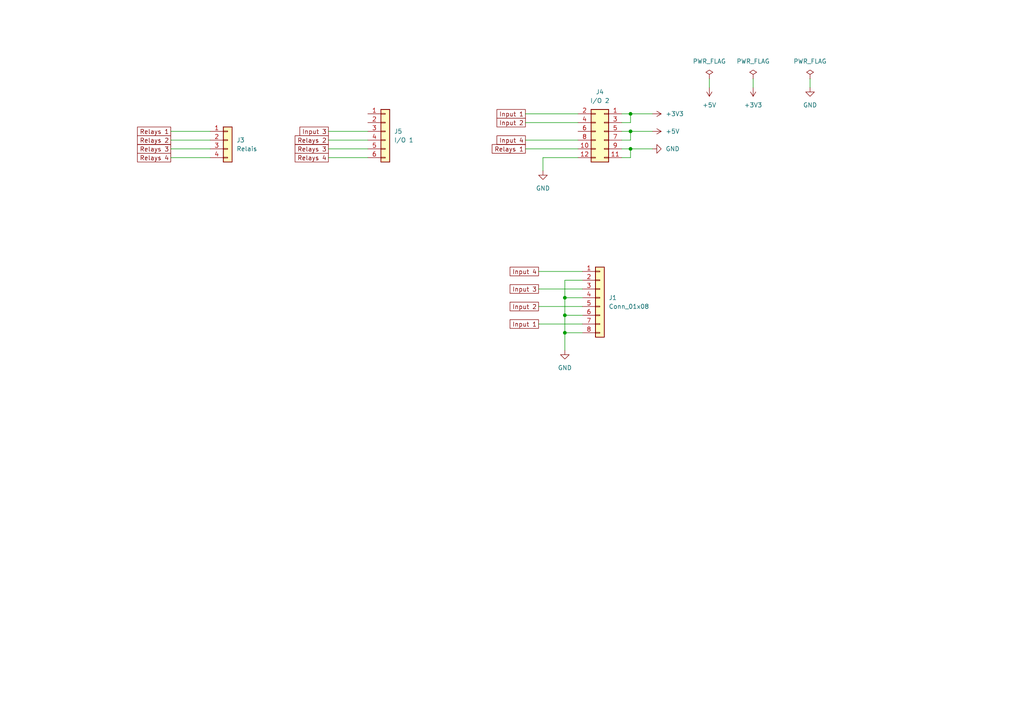
<source format=kicad_sch>
(kicad_sch (version 20211123) (generator eeschema)
  (paper "A4")
  (title_block (title "I/O-Adapter für Relaisplatine") (date "2022-03-19") (rev "0.1"))
  (lib_symbols
    (symbol "Connector_Generic:Conn_01x04" (pin_names (offset 1.016) hide)
      (property "Reference" "J" (at 0 5.08 0))
      (property "Value" "Conn_01x04" (at 0 -7.62 0))
      (symbol "Conn_01x04_1_1"
        (rectangle (start -1.27 -4.953) (end 0 -5.207) (stroke (width 0.1524)))
        (rectangle (start -1.27 -2.413) (end 0 -2.667) (stroke (width 0.1524)))
        (rectangle (start -1.27 0.127) (end 0 -0.127) (stroke (width 0.1524)))
        (rectangle (start -1.27 2.667) (end 0 2.413) (stroke (width 0.1524)))
        (rectangle (start -1.27 3.81) (end 1.27 -6.35) (stroke (width 0.254)) (fill (type background)))
        (pin passive line (at -5.08 2.54 0) (length 3.81) (name "Pin_1") (number "1"))
        (pin passive line (at -5.08 0 0) (length 3.81) (name "Pin_2") (number "2"))
        (pin passive line (at -5.08 -2.54 0) (length 3.81) (name "Pin_3") (number "3"))
        (pin passive line (at -5.08 -5.08 0) (length 3.81) (name "Pin_4") (number "4"))
      )
    )
    (symbol "Connector_Generic:Conn_01x06" (pin_names (offset 1.016) hide)
      (property "Reference" "J" (at 0 7.62 0))
      (property "Value" "Conn_01x06" (at 0 -10.16 0))
      (symbol "Conn_01x06_1_1"
        (rectangle (start -1.27 -7.493) (end 0 -7.747) (stroke (width 0.1524)))
        (rectangle (start -1.27 -4.953) (end 0 -5.207) (stroke (width 0.1524)))
        (rectangle (start -1.27 -2.413) (end 0 -2.667) (stroke (width 0.1524)))
        (rectangle (start -1.27 0.127) (end 0 -0.127) (stroke (width 0.1524)))
        (rectangle (start -1.27 2.667) (end 0 2.413) (stroke (width 0.1524)))
        (rectangle (start -1.27 5.207) (end 0 4.953) (stroke (width 0.1524)))
        (rectangle (start -1.27 6.35) (end 1.27 -8.89) (stroke (width 0.254)) (fill (type background)))
        (pin passive line (at -5.08 5.08 0) (length 3.81) (name "Pin_1") (number "1"))
        (pin passive line (at -5.08 2.54 0) (length 3.81) (name "Pin_2") (number "2"))
        (pin passive line (at -5.08 0 0) (length 3.81) (name "Pin_3") (number "3"))
        (pin passive line (at -5.08 -2.54 0) (length 3.81) (name "Pin_4") (number "4"))
        (pin passive line (at -5.08 -5.08 0) (length 3.81) (name "Pin_5") (number "5"))
        (pin passive line (at -5.08 -7.62 0) (length 3.81) (name "Pin_6") (number "6"))
      )
    )
    (symbol "Connector_Generic:Conn_01x08" (pin_names (offset 1.016) hide)
      (property "Reference" "J" (at 0 10.16 0))
      (property "Value" "Conn_01x08" (at 0 -12.7 0))
      (symbol "Conn_01x08_1_1"
        (rectangle (start -1.27 -10.033) (end 0 -10.287) (stroke (width 0.1524)))
        (rectangle (start -1.27 -7.493) (end 0 -7.747) (stroke (width 0.1524)))
        (rectangle (start -1.27 -4.953) (end 0 -5.207) (stroke (width 0.1524)))
        (rectangle (start -1.27 -2.413) (end 0 -2.667) (stroke (width 0.1524)))
        (rectangle (start -1.27 0.127) (end 0 -0.127) (stroke (width 0.1524)))
        (rectangle (start -1.27 2.667) (end 0 2.413) (stroke (width 0.1524)))
        (rectangle (start -1.27 5.207) (end 0 4.953) (stroke (width 0.1524)))
        (rectangle (start -1.27 7.747) (end 0 7.493) (stroke (width 0.1524)))
        (rectangle (start -1.27 8.89) (end 1.27 -11.43) (stroke (width 0.254)) (fill (type background)))
        (pin passive line (at -5.08 7.62 0) (length 3.81) (name "Pin_1") (number "1"))
        (pin passive line (at -5.08 5.08 0) (length 3.81) (name "Pin_2") (number "2"))
        (pin passive line (at -5.08 2.54 0) (length 3.81) (name "Pin_3") (number "3"))
        (pin passive line (at -5.08 0 0) (length 3.81) (name "Pin_4") (number "4"))
        (pin passive line (at -5.08 -2.54 0) (length 3.81) (name "Pin_5") (number "5"))
        (pin passive line (at -5.08 -5.08 0) (length 3.81) (name "Pin_6") (number "6"))
        (pin passive line (at -5.08 -7.62 0) (length 3.81) (name "Pin_7") (number "7"))
        (pin passive line (at -5.08 -10.16 0) (length 3.81) (name "Pin_8") (number "8"))
      )
    )
    (symbol "Connector_Generic:Conn_02x06_Odd_Even" (pin_names (offset 1.016) hide)
      (property "Reference" "J" (at 1.27 7.62 0))
      (property "Value" "Conn_02x06_Odd_Even" (at 1.27 -10.16 0))
      (symbol "Conn_02x06_Odd_Even_1_1"
        (rectangle (start -1.27 -7.493) (end 0 -7.747) (stroke (width 0.1524)))
        (rectangle (start -1.27 -4.953) (end 0 -5.207) (stroke (width 0.1524)))
        (rectangle (start -1.27 -2.413) (end 0 -2.667) (stroke (width 0.1524)))
        (rectangle (start -1.27 0.127) (end 0 -0.127) (stroke (width 0.1524)))
        (rectangle (start -1.27 2.667) (end 0 2.413) (stroke (width 0.1524)))
        (rectangle (start -1.27 5.207) (end 0 4.953) (stroke (width 0.1524)))
        (rectangle (start -1.27 6.35) (end 3.81 -8.89) (stroke (width 0.254)) (fill (type background)))
        (rectangle (start 3.81 -7.493) (end 2.54 -7.747) (stroke (width 0.1524)))
        (rectangle (start 3.81 -4.953) (end 2.54 -5.207) (stroke (width 0.1524)))
        (rectangle (start 3.81 -2.413) (end 2.54 -2.667) (stroke (width 0.1524)))
        (rectangle (start 3.81 0.127) (end 2.54 -0.127) (stroke (width 0.1524)))
        (rectangle (start 3.81 2.667) (end 2.54 2.413) (stroke (width 0.1524)))
        (rectangle (start 3.81 5.207) (end 2.54 4.953) (stroke (width 0.1524)))
        (pin passive line (at -5.08 5.08 0) (length 3.81) (name "Pin_1") (number "1"))
        (pin passive line (at 7.62 -5.08 180) (length 3.81) (name "Pin_10") (number "10"))
        (pin passive line (at -5.08 -7.62 0) (length 3.81) (name "Pin_11") (number "11"))
        (pin passive line (at 7.62 -7.62 180) (length 3.81) (name "Pin_12") (number "12"))
        (pin passive line (at 7.62 5.08 180) (length 3.81) (name "Pin_2") (number "2"))
        (pin passive line (at -5.08 2.54 0) (length 3.81) (name "Pin_3") (number "3"))
        (pin passive line (at 7.62 2.54 180) (length 3.81) (name "Pin_4") (number "4"))
        (pin passive line (at -5.08 0 0) (length 3.81) (name "Pin_5") (number "5"))
        (pin passive line (at 7.62 0 180) (length 3.81) (name "Pin_6") (number "6"))
        (pin passive line (at -5.08 -2.54 0) (length 3.81) (name "Pin_7") (number "7"))
        (pin passive line (at 7.62 -2.54 180) (length 3.81) (name "Pin_8") (number "8"))
        (pin passive line (at -5.08 -5.08 0) (length 3.81) (name "Pin_9") (number "9"))
      )
    )
    (symbol "power:+3.3V" (power) (pin_names (offset 0))
      (property "Value" "+3.3V" (at 0 3.556 0))
      (symbol "+3.3V_0_1"
        (polyline (pts (xy -0.762 1.27) (xy 0 2.54)))
        (polyline (pts (xy 0 0) (xy 0 2.54)))
        (polyline (pts (xy 0 2.54) (xy 0.762 1.27)))
      )
      (symbol "+3.3V_1_1"
        (pin power_in line (at 0 0 90) (length 0) hide (name "+3V3") (number "1"))
      )
    )
    (symbol "power:+5V" (power) (pin_names (offset 0))
      (property "Value" "+5V" (at 0 3.556 0))
      (symbol "+5V_0_1"
        (polyline (pts (xy -0.762 1.27) (xy 0 2.54)))
        (polyline (pts (xy 0 0) (xy 0 2.54)))
        (polyline (pts (xy 0 2.54) (xy 0.762 1.27)))
      )
      (symbol "+5V_1_1"
        (pin power_in line (at 0 0 90) (length 0) hide (name "+5V") (number "1"))
      )
    )
    (symbol "power:GND" (power) (pin_names (offset 0))
      (property "Value" "GND" (at 0 -3.81 0))
      (symbol "GND_0_1"
        (polyline (pts (xy 0 0) (xy 0 -1.27) (xy 1.27 -1.27) (xy 0 -2.54) (xy -1.27 -1.27) (xy 0 -1.27)))
      )
      (symbol "GND_1_1"
        (pin power_in line (at 0 0 270) (length 0) hide (name "GND") (number "1"))
      )
    )
    (symbol "power:PWR_FLAG" (power) (pin_numbers hide) (pin_names (offset 0) hide)
      (property "Value" "PWR_FLAG" (at 0 3.81 0))
      (symbol "PWR_FLAG_0_0"
        (pin power_out line (at 0 0 90) (length 0) (name "pwr") (number "1"))
      )
      (symbol "PWR_FLAG_0_1"
        (polyline (pts (xy 0 0) (xy 0 1.27) (xy -1.016 1.905) (xy 0 2.54) (xy 1.016 1.905) (xy 0 1.27)))
      )
    )
  )
  (junction (at 182.88 33.02))
  (junction (at 163.83 91.44))
  (junction (at 182.88 38.1))
  (junction (at 163.83 96.52))
  (junction (at 163.83 86.36))
  (junction (at 182.88 43.18))
  (wire (pts (xy 182.88 35.56) (xy 182.88 33.02)))
  (wire (pts (xy 163.83 81.28) (xy 163.83 86.36)))
  (wire (pts (xy 163.83 96.52) (xy 163.83 101.6)))
  (wire (pts (xy 168.91 81.28) (xy 163.83 81.28)))
  (wire (pts (xy 234.95 22.86) (xy 234.95 25.4)))
  (wire (pts (xy 180.34 45.72) (xy 182.88 45.72)))
  (wire (pts (xy 95.25 40.64) (xy 106.68 40.64)))
  (wire (pts (xy 49.53 45.72) (xy 60.96 45.72)))
  (wire (pts (xy 95.25 38.1) (xy 106.68 38.1)))
  (wire (pts (xy 182.88 45.72) (xy 182.88 43.18)))
  (wire (pts (xy 152.4 35.56) (xy 167.64 35.56)))
  (wire (pts (xy 49.53 43.18) (xy 60.96 43.18)))
  (wire (pts (xy 157.48 45.72) (xy 157.48 49.53)))
  (wire (pts (xy 163.83 91.44) (xy 163.83 96.52)))
  (wire (pts (xy 180.34 35.56) (xy 182.88 35.56)))
  (wire (pts (xy 182.88 43.18) (xy 189.23 43.18)))
  (wire (pts (xy 182.88 40.64) (xy 182.88 38.1)))
  (wire (pts (xy 163.83 91.44) (xy 168.91 91.44)))
  (wire (pts (xy 156.21 78.74) (xy 168.91 78.74)))
  (wire (pts (xy 156.21 88.9) (xy 168.91 88.9)))
  (wire (pts (xy 218.44 22.86) (xy 218.44 25.4)))
  (wire (pts (xy 152.4 40.64) (xy 167.64 40.64)))
  (wire (pts (xy 182.88 38.1) (xy 189.23 38.1)))
  (wire (pts (xy 49.53 38.1) (xy 60.96 38.1)))
  (wire (pts (xy 95.25 45.72) (xy 106.68 45.72)))
  (wire (pts (xy 152.4 33.02) (xy 167.64 33.02)))
  (wire (pts (xy 205.74 22.86) (xy 205.74 25.4)))
  (wire (pts (xy 163.83 96.52) (xy 168.91 96.52)))
  (wire (pts (xy 152.4 43.18) (xy 167.64 43.18)))
  (wire (pts (xy 180.34 33.02) (xy 182.88 33.02)))
  (wire (pts (xy 180.34 43.18) (xy 182.88 43.18)))
  (wire (pts (xy 167.64 45.72) (xy 157.48 45.72)))
  (wire (pts (xy 156.21 93.98) (xy 168.91 93.98)))
  (wire (pts (xy 95.25 43.18) (xy 106.68 43.18)))
  (wire (pts (xy 163.83 86.36) (xy 163.83 91.44)))
  (wire (pts (xy 180.34 38.1) (xy 182.88 38.1)))
  (wire (pts (xy 156.21 83.82) (xy 168.91 83.82)))
  (wire (pts (xy 49.53 40.64) (xy 60.96 40.64)))
  (wire (pts (xy 180.34 40.64) (xy 182.88 40.64)))
  (wire (pts (xy 163.83 86.36) (xy 168.91 86.36)))
  (wire (pts (xy 182.88 33.02) (xy 189.23 33.02)))
  (global_label "Relays 1" (shape passive) (at 152.4 43.18 180) (property "Intersheet References" "${INTERSHEET_REFS}" (effects hide)))
  (global_label "Input 4" (shape passive) (at 156.21 78.74 180) (property "Intersheet References" "${INTERSHEET_REFS}" (effects hide)))
  (global_label "Relays 2" (shape passive) (at 95.25 40.64 180) (property "Intersheet References" "${INTERSHEET_REFS}" (effects hide)))
  (global_label "Relays 3" (shape passive) (at 95.25 43.18 180) (property "Intersheet References" "${INTERSHEET_REFS}" (effects hide)))
  (global_label "Relays 2" (shape passive) (at 49.53 40.64 180) (property "Intersheet References" "${INTERSHEET_REFS}" (effects hide)))
  (global_label "Relays 3" (shape passive) (at 49.53 43.18 180) (property "Intersheet References" "${INTERSHEET_REFS}" (effects hide)))
  (global_label "Input 3" (shape passive) (at 95.25 38.1 180) (property "Intersheet References" "${INTERSHEET_REFS}" (effects hide)))
  (global_label "Relays 4" (shape passive) (at 49.53 45.72 180) (property "Intersheet References" "${INTERSHEET_REFS}" (effects hide)))
  (global_label "Input 2" (shape passive) (at 156.21 88.9 180) (property "Intersheet References" "${INTERSHEET_REFS}" (effects hide)))
  (global_label "Input 3" (shape passive) (at 156.21 83.82 180) (property "Intersheet References" "${INTERSHEET_REFS}" (effects hide)))
  (global_label "Relays 1" (shape passive) (at 49.53 38.1 180) (property "Intersheet References" "${INTERSHEET_REFS}" (effects hide)))
  (global_label "Input 1" (shape passive) (at 156.21 93.98 180) (property "Intersheet References" "${INTERSHEET_REFS}" (effects hide)))
  (global_label "Input 2" (shape passive) (at 152.4 35.56 180) (property "Intersheet References" "${INTERSHEET_REFS}" (effects hide)))
  (global_label "Input 1" (shape passive) (at 152.4 33.02 180) (property "Intersheet References" "${INTERSHEET_REFS}" (effects hide)))
  (global_label "Input 4" (shape passive) (at 152.4 40.64 180) (property "Intersheet References" "${INTERSHEET_REFS}" (effects hide)))
  (global_label "Relays 4" (shape passive) (at 95.25 45.72 180) (property "Intersheet References" "${INTERSHEET_REFS}" (effects hide)))
  (symbol (lib_id "Connector_Generic:Conn_01x06") (at 111.76 38.1 0) (unit 1)
    (property "Reference" "J5" (at 114.3 38.0999 0) (effects (justify left)))
    (property "Value" "I/O 1" (at 114.3 40.6399 0) (effects (justify left)))
    (property "Footprint" "Connector_PinHeader_2.54mm:PinHeader_1x06_P2.54mm_Vertical" (effects hide))
  )
  (symbol (lib_id "Connector_Generic:Conn_02x06_Odd_Even") (at 175.26 38.1 0) (mirror y) (unit 1)
    (property "Reference" "J4" (at 173.99 26.67 0))
    (property "Value" "I/O 2" (at 173.99 29.21 0))
    (property "Footprint" "Connector_PinHeader_2.54mm:PinHeader_2x06_P2.54mm_Vertical" (effects hide))
  )
  (symbol (lib_id "power:PWR_FLAG") (at 218.44 22.86 0) (unit 1)
    (property "Reference" "#FLG02" (effects hide))
    (property "Value" "PWR_FLAG" (at 218.44 17.78 0))
  )
  (symbol (lib_id "Connector_Generic:Conn_01x04") (at 66.04 40.64 0) (unit 1)
    (property "Reference" "J3" (at 68.58 40.6399 0) (effects (justify left)))
    (property "Value" "Relais" (at 68.58 43.1799 0) (effects (justify left)))
    (property "Footprint" "Connector_PinHeader_2.54mm:PinHeader_1x04_P2.54mm_Vertical" (effects hide))
  )
  (symbol (lib_id "Connector_Generic:Conn_01x08") (at 173.99 86.36 0) (unit 1)
    (property "Reference" "J1" (at 176.53 86.3599 0) (effects (justify left)))
    (property "Value" "Conn_01x08" (at 176.53 88.8999 0) (effects (justify left)))
    (property "Footprint" "Connector_Phoenix_MSTB:PhoenixContact_MSTBVA_2,5_8-G-5,08_1x08_P5.08mm_Vertical" (effects hide))
  )
  (symbol (lib_id "power:+5V") (at 205.74 25.4 180) (unit 1)
    (property "Reference" "#PWR06" (effects hide))
    (property "Value" "+5V" (at 205.74 30.48 0))
  )
  (symbol (lib_id "power:PWR_FLAG") (at 205.74 22.86 0) (unit 1)
    (property "Reference" "#FLG01" (effects hide))
    (property "Value" "PWR_FLAG" (at 205.74 17.78 0))
  )
  (symbol (lib_id "power:GND") (at 189.23 43.18 90) (unit 1)
    (property "Reference" "#PWR05" (effects hide))
    (property "Value" "GND" (at 193.04 43.1799 90) (effects (justify right)))
  )
  (symbol (lib_id "power:+5V") (at 189.23 38.1 270) (unit 1)
    (property "Reference" "#PWR04" (effects hide))
    (property "Value" "+5V" (at 193.04 38.0999 90) (effects (justify left)))
  )
  (symbol (lib_id "power:GND") (at 157.48 49.53 0) (unit 1)
    (property "Reference" "#PWR01" (effects hide))
    (property "Value" "GND" (at 157.48 54.61 0))
  )
  (symbol (lib_id "power:GND") (at 163.83 101.6 0) (unit 1)
    (property "Reference" "#PWR02" (effects hide))
    (property "Value" "GND" (at 163.83 106.68 0))
  )
  (symbol (lib_id "power:+3.3V") (at 189.23 33.02 270) (unit 1)
    (property "Reference" "#PWR03" (effects hide))
    (property "Value" "+3.3V" (at 193.04 33.0199 90) (effects (justify left)))
  )
  (symbol (lib_id "power:+3.3V") (at 218.44 25.4 180) (unit 1)
    (property "Reference" "#PWR07" (effects hide))
    (property "Value" "+3.3V" (at 218.44 30.48 0))
  )
  (symbol (lib_id "power:PWR_FLAG") (at 234.95 22.86 0) (unit 1)
    (property "Reference" "#FLG03" (effects hide))
    (property "Value" "PWR_FLAG" (at 234.95 17.78 0))
  )
  (symbol (lib_id "power:GND") (at 234.95 25.4 0) (unit 1)
    (property "Reference" "#PWR08" (effects hide))
    (property "Value" "GND" (at 234.95 30.48 0))
  )
)
</source>
